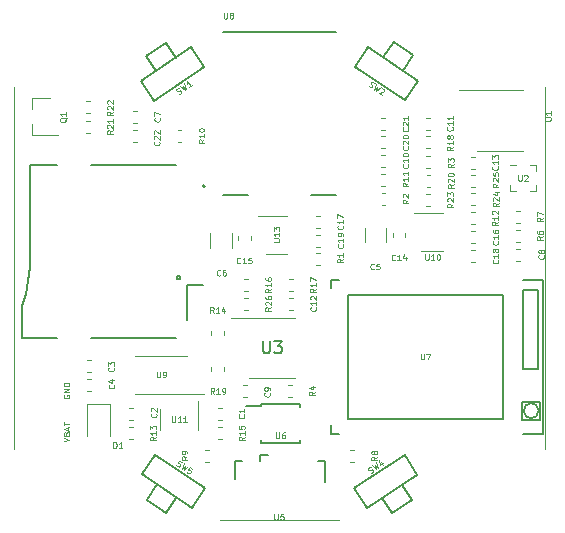
<source format=gbr>
%TF.GenerationSoftware,KiCad,Pcbnew,5.1.5+dfsg1-2~bpo10+1*%
%TF.CreationDate,Date%
%TF.ProjectId,osw,6f73772e-6b69-4636-9164-5f7063625858,3.0*%
%TF.SameCoordinates,Original*%
%TF.FileFunction,Legend,Top*%
%TF.FilePolarity,Positive*%
%FSLAX46Y46*%
G04 Gerber Fmt 4.6, Leading zero omitted, Abs format (unit mm)*
G04 Created by KiCad*
%MOMM*%
%LPD*%
G04 APERTURE LIST*
%ADD10C,0.100000*%
%ADD11C,0.050000*%
%ADD12C,0.120000*%
%ADD13C,0.150000*%
G04 APERTURE END LIST*
D10*
X141736000Y-119951452D02*
X141712190Y-119999071D01*
X141712190Y-120070500D01*
X141736000Y-120141928D01*
X141783619Y-120189547D01*
X141831238Y-120213357D01*
X141926476Y-120237166D01*
X141997904Y-120237166D01*
X142093142Y-120213357D01*
X142140761Y-120189547D01*
X142188380Y-120141928D01*
X142212190Y-120070500D01*
X142212190Y-120022880D01*
X142188380Y-119951452D01*
X142164571Y-119927642D01*
X141997904Y-119927642D01*
X141997904Y-120022880D01*
X142212190Y-119713357D02*
X141712190Y-119713357D01*
X142212190Y-119427642D01*
X141712190Y-119427642D01*
X142212190Y-119189547D02*
X141712190Y-119189547D01*
X141712190Y-119070500D01*
X141736000Y-118999071D01*
X141783619Y-118951452D01*
X141831238Y-118927642D01*
X141926476Y-118903833D01*
X141997904Y-118903833D01*
X142093142Y-118927642D01*
X142140761Y-118951452D01*
X142188380Y-118999071D01*
X142212190Y-119070500D01*
X142212190Y-119189547D01*
X141712190Y-123884428D02*
X142212190Y-123717761D01*
X141712190Y-123551095D01*
X141950285Y-123217761D02*
X141974095Y-123146333D01*
X141997904Y-123122523D01*
X142045523Y-123098714D01*
X142116952Y-123098714D01*
X142164571Y-123122523D01*
X142188380Y-123146333D01*
X142212190Y-123193952D01*
X142212190Y-123384428D01*
X141712190Y-123384428D01*
X141712190Y-123217761D01*
X141736000Y-123170142D01*
X141759809Y-123146333D01*
X141807428Y-123122523D01*
X141855047Y-123122523D01*
X141902666Y-123146333D01*
X141926476Y-123170142D01*
X141950285Y-123217761D01*
X141950285Y-123384428D01*
X142069333Y-122908238D02*
X142069333Y-122670142D01*
X142212190Y-122955857D02*
X141712190Y-122789190D01*
X142212190Y-122622523D01*
X141712190Y-122527285D02*
X141712190Y-122241571D01*
X142212190Y-122384428D02*
X141712190Y-122384428D01*
D11*
X137500000Y-124500000D02*
X137500000Y-93900000D01*
X182500000Y-93900000D02*
X182500000Y-124500000D01*
D12*
%TO.C,C12*%
X161135279Y-112714500D02*
X160809721Y-112714500D01*
X161135279Y-111694500D02*
X160809721Y-111694500D01*
%TO.C,U3*%
X159385000Y-118511000D02*
X161335000Y-118511000D01*
X159385000Y-118511000D02*
X157435000Y-118511000D01*
X159385000Y-113391000D02*
X161335000Y-113391000D01*
X159385000Y-113391000D02*
X155935000Y-113391000D01*
%TO.C,R26*%
X156999721Y-111694500D02*
X157325279Y-111694500D01*
X156999721Y-112714500D02*
X157325279Y-112714500D01*
%TO.C,R25*%
X176240121Y-102304732D02*
X176565679Y-102304732D01*
X176240121Y-101284732D02*
X176565679Y-101284732D01*
%TO.C,R24*%
X176240121Y-103890115D02*
X176565679Y-103890115D01*
X176240121Y-102870115D02*
X176565679Y-102870115D01*
%TO.C,R23*%
X172755779Y-102931500D02*
X172430221Y-102931500D01*
X172755779Y-103951500D02*
X172430221Y-103951500D01*
%TO.C,R20*%
X172455621Y-102364000D02*
X172781179Y-102364000D01*
X172455621Y-101344000D02*
X172781179Y-101344000D01*
%TO.C,R3*%
X172430221Y-100713000D02*
X172755779Y-100713000D01*
X172430221Y-99693000D02*
X172755779Y-99693000D01*
D13*
%TO.C,SW2*%
X166397452Y-92156788D02*
X170608963Y-94997488D01*
X170608963Y-94997488D02*
X171727348Y-93339412D01*
X171727348Y-93339412D02*
X167515837Y-90498712D01*
X167515837Y-90498712D02*
X166397452Y-92156788D01*
X168792555Y-91359870D02*
X169653712Y-90083152D01*
X169653712Y-90083152D02*
X171311788Y-91201537D01*
X171311788Y-91201537D02*
X170450630Y-92478255D01*
%TO.C,SW1*%
X149392937Y-95022888D02*
X153604448Y-92182188D01*
X153604448Y-92182188D02*
X152486063Y-90524112D01*
X152486063Y-90524112D02*
X148274552Y-93364812D01*
X148274552Y-93364812D02*
X149392937Y-95022888D01*
X149551270Y-92503655D02*
X148690112Y-91226937D01*
X148690112Y-91226937D02*
X150348188Y-90108552D01*
X150348188Y-90108552D02*
X151209345Y-91385270D01*
%TO.C,SW5*%
X153667948Y-127845312D02*
X149456437Y-125004612D01*
X149456437Y-125004612D02*
X148338052Y-126662688D01*
X148338052Y-126662688D02*
X152549563Y-129503388D01*
X152549563Y-129503388D02*
X153667948Y-127845312D01*
X151272845Y-128642230D02*
X150411688Y-129918948D01*
X150411688Y-129918948D02*
X148753612Y-128800563D01*
X148753612Y-128800563D02*
X149614770Y-127523845D01*
%TO.C,SW4*%
X170584484Y-125031946D02*
X166324038Y-127798713D01*
X166324038Y-127798713D02*
X167413316Y-129476054D01*
X167413316Y-129476054D02*
X171673762Y-126709287D01*
X171673762Y-126709287D02*
X170584484Y-125031946D01*
X170382210Y-127548032D02*
X171220954Y-128839584D01*
X171220954Y-128839584D02*
X169543613Y-129928862D01*
X169543613Y-129928862D02*
X168704868Y-128637310D01*
%TO.C,U8*%
X155200000Y-89250000D02*
X164800000Y-89250000D01*
X162700000Y-103050000D02*
X164800000Y-103050000D01*
X153702349Y-102275000D02*
G75*
G03X153702349Y-102275000I-102349J0D01*
G01*
X155200000Y-103050000D02*
X157300000Y-103050000D01*
D12*
%TO.C,R18*%
X172730379Y-99072583D02*
X172404821Y-99072583D01*
X172730379Y-98052583D02*
X172404821Y-98052583D01*
%TO.C,C11*%
X172730379Y-97487200D02*
X172404821Y-97487200D01*
X172730379Y-96467200D02*
X172404821Y-96467200D01*
%TO.C,C21*%
X168620121Y-96467200D02*
X168945679Y-96467200D01*
X168620121Y-97487200D02*
X168945679Y-97487200D01*
%TO.C,C22*%
X147601721Y-97534000D02*
X147927279Y-97534000D01*
X147601721Y-98554000D02*
X147927279Y-98554000D01*
%TO.C,C20*%
X168620121Y-98052583D02*
X168945679Y-98052583D01*
X168620121Y-99072583D02*
X168945679Y-99072583D01*
D13*
%TO.C,XS1*%
X138900000Y-100450000D02*
X138900000Y-107800000D01*
X138900000Y-107800000D02*
X138850000Y-109150000D01*
X138850000Y-109150000D02*
X138700000Y-110300000D01*
X138700000Y-110300000D02*
X138500000Y-111400000D01*
X138500000Y-111400000D02*
X138200000Y-112450000D01*
X152200000Y-110600000D02*
X153500000Y-110600000D01*
X144000000Y-100450000D02*
X151200000Y-100450000D01*
X141200000Y-100450000D02*
X138900000Y-100450000D01*
X138200000Y-112450000D02*
X138200000Y-115150000D01*
X138200000Y-115150000D02*
X141200000Y-115150000D01*
X151200000Y-115150000D02*
X144000000Y-115150000D01*
X151600000Y-110150000D02*
X151600000Y-109850000D01*
X151600000Y-109850000D02*
X151300000Y-109850000D01*
X151300000Y-109850000D02*
X151300000Y-110150000D01*
X151300000Y-110150000D02*
X151600000Y-110150000D01*
X152200000Y-110600000D02*
X152200000Y-113600000D01*
D12*
%TO.C,U13*%
X160666000Y-104752500D02*
X158216000Y-104752500D01*
X158866000Y-107972500D02*
X160666000Y-107972500D01*
%TO.C,U10*%
X173810500Y-104498500D02*
X171360500Y-104498500D01*
X172010500Y-107718500D02*
X173810500Y-107718500D01*
%TO.C,R22*%
X143601221Y-96077500D02*
X143926779Y-96077500D01*
X143601221Y-95057500D02*
X143926779Y-95057500D01*
%TO.C,R21*%
X143601221Y-97741200D02*
X143926779Y-97741200D01*
X143601221Y-96721200D02*
X143926779Y-96721200D01*
%TO.C,R12*%
X176565779Y-104455500D02*
X176240221Y-104455500D01*
X176565779Y-105475500D02*
X176240221Y-105475500D01*
%TO.C,R2*%
X168645621Y-103828732D02*
X168971179Y-103828732D01*
X168645621Y-102808732D02*
X168971179Y-102808732D01*
%TO.C,C19*%
X163095721Y-107380500D02*
X163421279Y-107380500D01*
X163095721Y-106360500D02*
X163421279Y-106360500D01*
%TO.C,C18*%
X176240221Y-108650500D02*
X176565779Y-108650500D01*
X176240221Y-107630500D02*
X176565779Y-107630500D01*
%TO.C,C17*%
X163095721Y-105793000D02*
X163421279Y-105793000D01*
X163095721Y-104773000D02*
X163421279Y-104773000D01*
%TO.C,C16*%
X176240221Y-107063000D02*
X176565779Y-107063000D01*
X176240221Y-106043000D02*
X176565779Y-106043000D01*
%TO.C,C15*%
X157545500Y-106842779D02*
X157545500Y-106517221D01*
X156525500Y-106842779D02*
X156525500Y-106517221D01*
%TO.C,C14*%
X170626500Y-106588779D02*
X170626500Y-106263221D01*
X169606500Y-106588779D02*
X169606500Y-106263221D01*
%TO.C,C6*%
X155977000Y-107472564D02*
X155977000Y-106268436D01*
X154157000Y-107472564D02*
X154157000Y-106268436D01*
%TO.C,C5*%
X169058000Y-107028064D02*
X169058000Y-105823936D01*
X167238000Y-107028064D02*
X167238000Y-105823936D01*
%TO.C,U2*%
X179494000Y-100500000D02*
X179494000Y-100500000D01*
X179994000Y-100500000D02*
X179494000Y-100500000D01*
X179494000Y-102200000D02*
X179494000Y-102200000D01*
X179494000Y-102700000D02*
X179494000Y-102200000D01*
X179994000Y-102700000D02*
X179494000Y-102700000D01*
X181194000Y-102700000D02*
X181194000Y-102700000D01*
X181694000Y-102700000D02*
X181194000Y-102700000D01*
X181694000Y-102200000D02*
X181694000Y-102700000D01*
X181694000Y-101000000D02*
X181694000Y-101000000D01*
X181694000Y-100500000D02*
X181694000Y-101000000D01*
X181194000Y-100500000D02*
X181694000Y-100500000D01*
%TO.C,U9*%
X149987000Y-119847000D02*
X153587000Y-119847000D01*
X149987000Y-119847000D02*
X147787000Y-119847000D01*
X149987000Y-116627000D02*
X152187000Y-116627000D01*
X149987000Y-116627000D02*
X147787000Y-116627000D01*
%TO.C,R19*%
X154239500Y-117891779D02*
X154239500Y-117566221D01*
X155259500Y-117891779D02*
X155259500Y-117566221D01*
%TO.C,C13*%
X176565779Y-100776500D02*
X176240221Y-100776500D01*
X176565779Y-99756500D02*
X176240221Y-99756500D01*
%TO.C,C10*%
X168620121Y-99637966D02*
X168945679Y-99637966D01*
X168620121Y-100657966D02*
X168945679Y-100657966D01*
%TO.C,C9*%
X157261779Y-120144000D02*
X156936221Y-120144000D01*
X157261779Y-119124000D02*
X156936221Y-119124000D01*
%TO.C,C8*%
X180050221Y-107567000D02*
X180375779Y-107567000D01*
X180050221Y-108587000D02*
X180375779Y-108587000D01*
%TO.C,C7*%
X147614421Y-95908400D02*
X147939979Y-95908400D01*
X147614421Y-96928400D02*
X147939979Y-96928400D01*
%TO.C,R17*%
X160809721Y-110107000D02*
X161135279Y-110107000D01*
X160809721Y-111127000D02*
X161135279Y-111127000D01*
%TO.C,R16*%
X156999721Y-110107000D02*
X157325279Y-110107000D01*
X156999721Y-111127000D02*
X157325279Y-111127000D01*
%TO.C,R7*%
X180024821Y-105420466D02*
X180350379Y-105420466D01*
X180024821Y-104400466D02*
X180350379Y-104400466D01*
%TO.C,R6*%
X180024821Y-107005849D02*
X180350379Y-107005849D01*
X180024821Y-105985849D02*
X180350379Y-105985849D01*
%TO.C,U1*%
X178689000Y-94150500D02*
X175239000Y-94150500D01*
X178689000Y-94150500D02*
X180639000Y-94150500D01*
X178689000Y-99270500D02*
X176739000Y-99270500D01*
X178689000Y-99270500D02*
X180639000Y-99270500D01*
D13*
%TO.C,U6*%
X158408500Y-120914500D02*
X157183500Y-120914500D01*
X158408500Y-124039500D02*
X161758500Y-124039500D01*
X158408500Y-120689500D02*
X161758500Y-120689500D01*
X158408500Y-124039500D02*
X158408500Y-123739500D01*
X161758500Y-124039500D02*
X161758500Y-123739500D01*
X161758500Y-120689500D02*
X161758500Y-120989500D01*
X158408500Y-120689500D02*
X158408500Y-120914500D01*
D12*
%TO.C,U11*%
X153121000Y-122947000D02*
X153121000Y-120497000D01*
X149901000Y-121147000D02*
X149901000Y-122947000D01*
%TO.C,R11*%
X168620121Y-102243349D02*
X168945679Y-102243349D01*
X168620121Y-101223349D02*
X168945679Y-101223349D01*
%TO.C,R10*%
X151373621Y-98554000D02*
X151699179Y-98554000D01*
X151373621Y-97534000D02*
X151699179Y-97534000D01*
%TO.C,R14*%
X155259500Y-114843779D02*
X155259500Y-114518221D01*
X154239500Y-114843779D02*
X154239500Y-114518221D01*
%TO.C,R4*%
X160746221Y-120144000D02*
X161071779Y-120144000D01*
X160746221Y-119124000D02*
X161071779Y-119124000D01*
%TO.C,R15*%
X154777221Y-123700000D02*
X155102779Y-123700000D01*
X154777221Y-122680000D02*
X155102779Y-122680000D01*
%TO.C,R13*%
X147284221Y-123700000D02*
X147609779Y-123700000D01*
X147284221Y-122680000D02*
X147609779Y-122680000D01*
%TO.C,R1*%
X163095721Y-108968000D02*
X163421279Y-108968000D01*
X163095721Y-107948000D02*
X163421279Y-107948000D01*
%TO.C,Q1*%
X139067000Y-94813000D02*
X140527000Y-94813000D01*
X139067000Y-97973000D02*
X141227000Y-97973000D01*
X139067000Y-97973000D02*
X139067000Y-97043000D01*
X139067000Y-94813000D02*
X139067000Y-95743000D01*
%TO.C,D1*%
X143693000Y-120743000D02*
X143693000Y-123428000D01*
X145613000Y-120743000D02*
X143693000Y-120743000D01*
X145613000Y-123428000D02*
X145613000Y-120743000D01*
%TO.C,C4*%
X144053779Y-118552500D02*
X143728221Y-118552500D01*
X144053779Y-119572500D02*
X143728221Y-119572500D01*
%TO.C,C3*%
X144040979Y-116990400D02*
X143715421Y-116990400D01*
X144040979Y-118010400D02*
X143715421Y-118010400D01*
%TO.C,C2*%
X147609779Y-121029000D02*
X147284221Y-121029000D01*
X147609779Y-122049000D02*
X147284221Y-122049000D01*
%TO.C,C1*%
X155102779Y-121029000D02*
X154777221Y-121029000D01*
X155102779Y-122049000D02*
X154777221Y-122049000D01*
%TO.C,R9*%
X154023279Y-124572300D02*
X153697721Y-124572300D01*
X154023279Y-125592300D02*
X153697721Y-125592300D01*
%TO.C,R8*%
X165953221Y-125592300D02*
X166278779Y-125592300D01*
X165953221Y-124572300D02*
X166278779Y-124572300D01*
D11*
%TO.C,U5*%
X164998400Y-130532000D02*
X154998400Y-130532000D01*
D13*
X156220000Y-125500000D02*
X156820000Y-125500000D01*
X156220000Y-127100000D02*
X156220000Y-125500000D01*
X163820000Y-125500000D02*
X163220000Y-125500000D01*
X163820000Y-127300000D02*
X163820000Y-125500000D01*
X158320000Y-125000000D02*
X158320000Y-125500000D01*
X159020000Y-125000000D02*
X158320000Y-125000000D01*
%TO.C,U7*%
X181847000Y-111044000D02*
X180647000Y-111044000D01*
X180647000Y-111044000D02*
X180647000Y-117775000D01*
X180647000Y-117775000D02*
X181847000Y-117775000D01*
X181847000Y-117775000D02*
X181847000Y-111044000D01*
X181937000Y-121281000D02*
G75*
G03X181937000Y-121281000I-635000J0D01*
G01*
X182064000Y-120519000D02*
X182064000Y-122043000D01*
X182064000Y-122043000D02*
X180540000Y-122043000D01*
X180540000Y-122043000D02*
X180540000Y-120519000D01*
X180540000Y-120519000D02*
X182064000Y-120519000D01*
X178943000Y-111443000D02*
X178943000Y-121983000D01*
X178943000Y-121983000D02*
X165798500Y-121983000D01*
X165798500Y-121983000D02*
X165798500Y-111443000D01*
X165798500Y-111443000D02*
X178943000Y-111443000D01*
X165047000Y-123213000D02*
X164347000Y-123213000D01*
X164347000Y-122513000D02*
X164347000Y-123213000D01*
X165047000Y-110213000D02*
X164347000Y-110213000D01*
X164347000Y-110913000D02*
X164347000Y-110213000D01*
X180597000Y-110213000D02*
X182297000Y-110213000D01*
X180597000Y-123213000D02*
X182297000Y-123213000D01*
X182297000Y-110213000D02*
X182297000Y-123213000D01*
%TD*%
%TO.C,C12*%
D10*
X163056071Y-112525928D02*
X163079880Y-112549738D01*
X163103690Y-112621166D01*
X163103690Y-112668785D01*
X163079880Y-112740214D01*
X163032261Y-112787833D01*
X162984642Y-112811642D01*
X162889404Y-112835452D01*
X162817976Y-112835452D01*
X162722738Y-112811642D01*
X162675119Y-112787833D01*
X162627500Y-112740214D01*
X162603690Y-112668785D01*
X162603690Y-112621166D01*
X162627500Y-112549738D01*
X162651309Y-112525928D01*
X163103690Y-112049738D02*
X163103690Y-112335452D01*
X163103690Y-112192595D02*
X162603690Y-112192595D01*
X162675119Y-112240214D01*
X162722738Y-112287833D01*
X162746547Y-112335452D01*
X162651309Y-111859261D02*
X162627500Y-111835452D01*
X162603690Y-111787833D01*
X162603690Y-111668785D01*
X162627500Y-111621166D01*
X162651309Y-111597357D01*
X162698928Y-111573547D01*
X162746547Y-111573547D01*
X162817976Y-111597357D01*
X163103690Y-111883071D01*
X163103690Y-111573547D01*
%TO.C,U3*%
D13*
X158623095Y-115403380D02*
X158623095Y-116212904D01*
X158670714Y-116308142D01*
X158718333Y-116355761D01*
X158813571Y-116403380D01*
X159004047Y-116403380D01*
X159099285Y-116355761D01*
X159146904Y-116308142D01*
X159194523Y-116212904D01*
X159194523Y-115403380D01*
X159575476Y-115403380D02*
X160194523Y-115403380D01*
X159861190Y-115784333D01*
X160004047Y-115784333D01*
X160099285Y-115831952D01*
X160146904Y-115879571D01*
X160194523Y-115974809D01*
X160194523Y-116212904D01*
X160146904Y-116308142D01*
X160099285Y-116355761D01*
X160004047Y-116403380D01*
X159718333Y-116403380D01*
X159623095Y-116355761D01*
X159575476Y-116308142D01*
%TO.C,R26*%
D10*
X159293690Y-112521696D02*
X159055595Y-112688363D01*
X159293690Y-112807410D02*
X158793690Y-112807410D01*
X158793690Y-112616934D01*
X158817500Y-112569315D01*
X158841309Y-112545506D01*
X158888928Y-112521696D01*
X158960357Y-112521696D01*
X159007976Y-112545506D01*
X159031785Y-112569315D01*
X159055595Y-112616934D01*
X159055595Y-112807410D01*
X158841309Y-112331220D02*
X158817500Y-112307410D01*
X158793690Y-112259791D01*
X158793690Y-112140744D01*
X158817500Y-112093125D01*
X158841309Y-112069315D01*
X158888928Y-112045506D01*
X158936547Y-112045506D01*
X159007976Y-112069315D01*
X159293690Y-112355029D01*
X159293690Y-112045506D01*
X158793690Y-111616934D02*
X158793690Y-111712172D01*
X158817500Y-111759791D01*
X158841309Y-111783601D01*
X158912738Y-111831220D01*
X159007976Y-111855029D01*
X159198452Y-111855029D01*
X159246071Y-111831220D01*
X159269880Y-111807410D01*
X159293690Y-111759791D01*
X159293690Y-111664553D01*
X159269880Y-111616934D01*
X159246071Y-111593125D01*
X159198452Y-111569315D01*
X159079404Y-111569315D01*
X159031785Y-111593125D01*
X159007976Y-111616934D01*
X158984166Y-111664553D01*
X158984166Y-111759791D01*
X159007976Y-111807410D01*
X159031785Y-111831220D01*
X159079404Y-111855029D01*
%TO.C,R25*%
X178534090Y-102052660D02*
X178295995Y-102219327D01*
X178534090Y-102338374D02*
X178034090Y-102338374D01*
X178034090Y-102147898D01*
X178057900Y-102100279D01*
X178081709Y-102076470D01*
X178129328Y-102052660D01*
X178200757Y-102052660D01*
X178248376Y-102076470D01*
X178272185Y-102100279D01*
X178295995Y-102147898D01*
X178295995Y-102338374D01*
X178081709Y-101862184D02*
X178057900Y-101838374D01*
X178034090Y-101790755D01*
X178034090Y-101671708D01*
X178057900Y-101624089D01*
X178081709Y-101600279D01*
X178129328Y-101576470D01*
X178176947Y-101576470D01*
X178248376Y-101600279D01*
X178534090Y-101885993D01*
X178534090Y-101576470D01*
X178034090Y-101124089D02*
X178034090Y-101362184D01*
X178272185Y-101385993D01*
X178248376Y-101362184D01*
X178224566Y-101314565D01*
X178224566Y-101195517D01*
X178248376Y-101147898D01*
X178272185Y-101124089D01*
X178319804Y-101100279D01*
X178438852Y-101100279D01*
X178486471Y-101124089D01*
X178510280Y-101147898D01*
X178534090Y-101195517D01*
X178534090Y-101314565D01*
X178510280Y-101362184D01*
X178486471Y-101385993D01*
%TO.C,R24*%
X178559590Y-103701543D02*
X178321495Y-103868210D01*
X178559590Y-103987257D02*
X178059590Y-103987257D01*
X178059590Y-103796781D01*
X178083400Y-103749162D01*
X178107209Y-103725353D01*
X178154828Y-103701543D01*
X178226257Y-103701543D01*
X178273876Y-103725353D01*
X178297685Y-103749162D01*
X178321495Y-103796781D01*
X178321495Y-103987257D01*
X178107209Y-103511067D02*
X178083400Y-103487257D01*
X178059590Y-103439638D01*
X178059590Y-103320591D01*
X178083400Y-103272972D01*
X178107209Y-103249162D01*
X178154828Y-103225353D01*
X178202447Y-103225353D01*
X178273876Y-103249162D01*
X178559590Y-103534876D01*
X178559590Y-103225353D01*
X178226257Y-102796781D02*
X178559590Y-102796781D01*
X178035780Y-102915829D02*
X178392923Y-103034876D01*
X178392923Y-102725353D01*
%TO.C,R23*%
X174719110Y-103747688D02*
X174481015Y-103914355D01*
X174719110Y-104033402D02*
X174219110Y-104033402D01*
X174219110Y-103842926D01*
X174242920Y-103795307D01*
X174266729Y-103771498D01*
X174314348Y-103747688D01*
X174385777Y-103747688D01*
X174433396Y-103771498D01*
X174457205Y-103795307D01*
X174481015Y-103842926D01*
X174481015Y-104033402D01*
X174266729Y-103557212D02*
X174242920Y-103533402D01*
X174219110Y-103485783D01*
X174219110Y-103366736D01*
X174242920Y-103319117D01*
X174266729Y-103295307D01*
X174314348Y-103271498D01*
X174361967Y-103271498D01*
X174433396Y-103295307D01*
X174719110Y-103581021D01*
X174719110Y-103271498D01*
X174219110Y-103104831D02*
X174219110Y-102795307D01*
X174409586Y-102961974D01*
X174409586Y-102890545D01*
X174433396Y-102842926D01*
X174457205Y-102819117D01*
X174504824Y-102795307D01*
X174623872Y-102795307D01*
X174671491Y-102819117D01*
X174695300Y-102842926D01*
X174719110Y-102890545D01*
X174719110Y-103033402D01*
X174695300Y-103081021D01*
X174671491Y-103104831D01*
%TO.C,R20*%
X174749590Y-102111928D02*
X174511495Y-102278595D01*
X174749590Y-102397642D02*
X174249590Y-102397642D01*
X174249590Y-102207166D01*
X174273400Y-102159547D01*
X174297209Y-102135738D01*
X174344828Y-102111928D01*
X174416257Y-102111928D01*
X174463876Y-102135738D01*
X174487685Y-102159547D01*
X174511495Y-102207166D01*
X174511495Y-102397642D01*
X174297209Y-101921452D02*
X174273400Y-101897642D01*
X174249590Y-101850023D01*
X174249590Y-101730976D01*
X174273400Y-101683357D01*
X174297209Y-101659547D01*
X174344828Y-101635738D01*
X174392447Y-101635738D01*
X174463876Y-101659547D01*
X174749590Y-101945261D01*
X174749590Y-101635738D01*
X174249590Y-101326214D02*
X174249590Y-101278595D01*
X174273400Y-101230976D01*
X174297209Y-101207166D01*
X174344828Y-101183357D01*
X174440066Y-101159547D01*
X174559114Y-101159547D01*
X174654352Y-101183357D01*
X174701971Y-101207166D01*
X174725780Y-101230976D01*
X174749590Y-101278595D01*
X174749590Y-101326214D01*
X174725780Y-101373833D01*
X174701971Y-101397642D01*
X174654352Y-101421452D01*
X174559114Y-101445261D01*
X174440066Y-101445261D01*
X174344828Y-101421452D01*
X174297209Y-101397642D01*
X174273400Y-101373833D01*
X174249590Y-101326214D01*
%TO.C,R3*%
X174749590Y-100387933D02*
X174511495Y-100554600D01*
X174749590Y-100673647D02*
X174249590Y-100673647D01*
X174249590Y-100483171D01*
X174273400Y-100435552D01*
X174297209Y-100411742D01*
X174344828Y-100387933D01*
X174416257Y-100387933D01*
X174463876Y-100411742D01*
X174487685Y-100435552D01*
X174511495Y-100483171D01*
X174511495Y-100673647D01*
X174249590Y-100221266D02*
X174249590Y-99911742D01*
X174440066Y-100078409D01*
X174440066Y-100006980D01*
X174463876Y-99959361D01*
X174487685Y-99935552D01*
X174535304Y-99911742D01*
X174654352Y-99911742D01*
X174701971Y-99935552D01*
X174725780Y-99959361D01*
X174749590Y-100006980D01*
X174749590Y-100149838D01*
X174725780Y-100197457D01*
X174701971Y-100221266D01*
%TO.C,SW2*%
X167555988Y-93768367D02*
X167601891Y-93828048D01*
X167700586Y-93894619D01*
X167753378Y-93901508D01*
X167786431Y-93895083D01*
X167832798Y-93868919D01*
X167859426Y-93829441D01*
X167866315Y-93776649D01*
X167859891Y-93743596D01*
X167833727Y-93697229D01*
X167768085Y-93624233D01*
X167741921Y-93577866D01*
X167735496Y-93544813D01*
X167742385Y-93492021D01*
X167769014Y-93452543D01*
X167815381Y-93426379D01*
X167848434Y-93419954D01*
X167901226Y-93426843D01*
X167999921Y-93493414D01*
X168045824Y-93553095D01*
X168197311Y-93626555D02*
X168016409Y-94107644D01*
X168295077Y-93864816D01*
X168174321Y-94214157D01*
X168552613Y-93866209D01*
X168664157Y-93998886D02*
X168697211Y-93992461D01*
X168750003Y-93999350D01*
X168848698Y-94065921D01*
X168874861Y-94112288D01*
X168881286Y-94145341D01*
X168874397Y-94198133D01*
X168847769Y-94237611D01*
X168788088Y-94283514D01*
X168391450Y-94360613D01*
X168648057Y-94533696D01*
%TO.C,SW1*%
X151473578Y-94454477D02*
X151546109Y-94434274D01*
X151644804Y-94367703D01*
X151670968Y-94321336D01*
X151677393Y-94288283D01*
X151670503Y-94235491D01*
X151643875Y-94196013D01*
X151597508Y-94169849D01*
X151564455Y-94163424D01*
X151511663Y-94170313D01*
X151419393Y-94203831D01*
X151366600Y-94210720D01*
X151333547Y-94204295D01*
X151287180Y-94178131D01*
X151260552Y-94138653D01*
X151253663Y-94085861D01*
X151260088Y-94052808D01*
X151286251Y-94006441D01*
X151384946Y-93939870D01*
X151457477Y-93919667D01*
X151582336Y-93806729D02*
X151960628Y-94154677D01*
X151839872Y-93805336D01*
X152118540Y-94048164D01*
X151937638Y-93567075D01*
X152592275Y-93728626D02*
X152355407Y-93888395D01*
X152473841Y-93808510D02*
X152194245Y-93393992D01*
X152194709Y-93479837D01*
X152181860Y-93545943D01*
X152155696Y-93592310D01*
%TO.C,SW5*%
X151257264Y-125874564D02*
X151303167Y-125934245D01*
X151401862Y-126000816D01*
X151454654Y-126007705D01*
X151487707Y-126001280D01*
X151534074Y-125975116D01*
X151560702Y-125935638D01*
X151567591Y-125882846D01*
X151561167Y-125849793D01*
X151535003Y-125803426D01*
X151469361Y-125730430D01*
X151443197Y-125684063D01*
X151436772Y-125651010D01*
X151443661Y-125598218D01*
X151470290Y-125558740D01*
X151516657Y-125532576D01*
X151549710Y-125526151D01*
X151602502Y-125533040D01*
X151701197Y-125599611D01*
X151747100Y-125659292D01*
X151898587Y-125732752D02*
X151717685Y-126213841D01*
X151996353Y-125971013D01*
X151875597Y-126320354D01*
X152253889Y-125972406D01*
X152609191Y-126212060D02*
X152411801Y-126078919D01*
X152258921Y-126262995D01*
X152291974Y-126256570D01*
X152344766Y-126263459D01*
X152443461Y-126330030D01*
X152469625Y-126376397D01*
X152476049Y-126409450D01*
X152469160Y-126462242D01*
X152402590Y-126560937D01*
X152356222Y-126587101D01*
X152323169Y-126593526D01*
X152270377Y-126586637D01*
X152171682Y-126520066D01*
X152145518Y-126473699D01*
X152139093Y-126440646D01*
%TO.C,SW4*%
X167711810Y-126542223D02*
X167784683Y-126523289D01*
X167884525Y-126458451D01*
X167911494Y-126412547D01*
X167918495Y-126379611D01*
X167912528Y-126326707D01*
X167886593Y-126286770D01*
X167840689Y-126259801D01*
X167807753Y-126252800D01*
X167754849Y-126258767D01*
X167662008Y-126290669D01*
X167609103Y-126296636D01*
X167576168Y-126289635D01*
X167530264Y-126262666D01*
X167504329Y-126222730D01*
X167498362Y-126169825D01*
X167505363Y-126136889D01*
X167532332Y-126090986D01*
X167632174Y-126026148D01*
X167705046Y-126007213D01*
X167831857Y-125896472D02*
X168204018Y-126250969D01*
X168089378Y-125899574D01*
X168363765Y-126147228D01*
X168191287Y-125663055D01*
X168621522Y-125582384D02*
X168803069Y-125861941D01*
X168417940Y-125487476D02*
X168512612Y-125851839D01*
X168772201Y-125683260D01*
%TO.C,U8*%
X155269047Y-87576190D02*
X155269047Y-87980952D01*
X155292857Y-88028571D01*
X155316666Y-88052380D01*
X155364285Y-88076190D01*
X155459523Y-88076190D01*
X155507142Y-88052380D01*
X155530952Y-88028571D01*
X155554761Y-87980952D01*
X155554761Y-87576190D01*
X155864285Y-87790476D02*
X155816666Y-87766666D01*
X155792857Y-87742857D01*
X155769047Y-87695238D01*
X155769047Y-87671428D01*
X155792857Y-87623809D01*
X155816666Y-87600000D01*
X155864285Y-87576190D01*
X155959523Y-87576190D01*
X156007142Y-87600000D01*
X156030952Y-87623809D01*
X156054761Y-87671428D01*
X156054761Y-87695238D01*
X156030952Y-87742857D01*
X156007142Y-87766666D01*
X155959523Y-87790476D01*
X155864285Y-87790476D01*
X155816666Y-87814285D01*
X155792857Y-87838095D01*
X155769047Y-87885714D01*
X155769047Y-87980952D01*
X155792857Y-88028571D01*
X155816666Y-88052380D01*
X155864285Y-88076190D01*
X155959523Y-88076190D01*
X156007142Y-88052380D01*
X156030952Y-88028571D01*
X156054761Y-87980952D01*
X156054761Y-87885714D01*
X156030952Y-87838095D01*
X156007142Y-87814285D01*
X155959523Y-87790476D01*
%TO.C,R18*%
X174698790Y-98915011D02*
X174460695Y-99081678D01*
X174698790Y-99200725D02*
X174198790Y-99200725D01*
X174198790Y-99010249D01*
X174222600Y-98962630D01*
X174246409Y-98938821D01*
X174294028Y-98915011D01*
X174365457Y-98915011D01*
X174413076Y-98938821D01*
X174436885Y-98962630D01*
X174460695Y-99010249D01*
X174460695Y-99200725D01*
X174698790Y-98438821D02*
X174698790Y-98724535D01*
X174698790Y-98581678D02*
X174198790Y-98581678D01*
X174270219Y-98629297D01*
X174317838Y-98676916D01*
X174341647Y-98724535D01*
X174413076Y-98153106D02*
X174389266Y-98200725D01*
X174365457Y-98224535D01*
X174317838Y-98248344D01*
X174294028Y-98248344D01*
X174246409Y-98224535D01*
X174222600Y-98200725D01*
X174198790Y-98153106D01*
X174198790Y-98057868D01*
X174222600Y-98010249D01*
X174246409Y-97986440D01*
X174294028Y-97962630D01*
X174317838Y-97962630D01*
X174365457Y-97986440D01*
X174389266Y-98010249D01*
X174413076Y-98057868D01*
X174413076Y-98153106D01*
X174436885Y-98200725D01*
X174460695Y-98224535D01*
X174508314Y-98248344D01*
X174603552Y-98248344D01*
X174651171Y-98224535D01*
X174674980Y-98200725D01*
X174698790Y-98153106D01*
X174698790Y-98057868D01*
X174674980Y-98010249D01*
X174651171Y-97986440D01*
X174603552Y-97962630D01*
X174508314Y-97962630D01*
X174460695Y-97986440D01*
X174436885Y-98010249D01*
X174413076Y-98057868D01*
%TO.C,C11*%
X174625771Y-97266628D02*
X174649580Y-97290438D01*
X174673390Y-97361866D01*
X174673390Y-97409485D01*
X174649580Y-97480914D01*
X174601961Y-97528533D01*
X174554342Y-97552342D01*
X174459104Y-97576152D01*
X174387676Y-97576152D01*
X174292438Y-97552342D01*
X174244819Y-97528533D01*
X174197200Y-97480914D01*
X174173390Y-97409485D01*
X174173390Y-97361866D01*
X174197200Y-97290438D01*
X174221009Y-97266628D01*
X174673390Y-96790438D02*
X174673390Y-97076152D01*
X174673390Y-96933295D02*
X174173390Y-96933295D01*
X174244819Y-96980914D01*
X174292438Y-97028533D01*
X174316247Y-97076152D01*
X174673390Y-96314247D02*
X174673390Y-96599961D01*
X174673390Y-96457104D02*
X174173390Y-96457104D01*
X174244819Y-96504723D01*
X174292438Y-96552342D01*
X174316247Y-96599961D01*
%TO.C,C21*%
X170866571Y-97298628D02*
X170890380Y-97322438D01*
X170914190Y-97393866D01*
X170914190Y-97441485D01*
X170890380Y-97512914D01*
X170842761Y-97560533D01*
X170795142Y-97584342D01*
X170699904Y-97608152D01*
X170628476Y-97608152D01*
X170533238Y-97584342D01*
X170485619Y-97560533D01*
X170438000Y-97512914D01*
X170414190Y-97441485D01*
X170414190Y-97393866D01*
X170438000Y-97322438D01*
X170461809Y-97298628D01*
X170461809Y-97108152D02*
X170438000Y-97084342D01*
X170414190Y-97036723D01*
X170414190Y-96917676D01*
X170438000Y-96870057D01*
X170461809Y-96846247D01*
X170509428Y-96822438D01*
X170557047Y-96822438D01*
X170628476Y-96846247D01*
X170914190Y-97131961D01*
X170914190Y-96822438D01*
X170914190Y-96346247D02*
X170914190Y-96631961D01*
X170914190Y-96489104D02*
X170414190Y-96489104D01*
X170485619Y-96536723D01*
X170533238Y-96584342D01*
X170557047Y-96631961D01*
%TO.C,C22*%
X149810071Y-98492428D02*
X149833880Y-98516238D01*
X149857690Y-98587666D01*
X149857690Y-98635285D01*
X149833880Y-98706714D01*
X149786261Y-98754333D01*
X149738642Y-98778142D01*
X149643404Y-98801952D01*
X149571976Y-98801952D01*
X149476738Y-98778142D01*
X149429119Y-98754333D01*
X149381500Y-98706714D01*
X149357690Y-98635285D01*
X149357690Y-98587666D01*
X149381500Y-98516238D01*
X149405309Y-98492428D01*
X149405309Y-98301952D02*
X149381500Y-98278142D01*
X149357690Y-98230523D01*
X149357690Y-98111476D01*
X149381500Y-98063857D01*
X149405309Y-98040047D01*
X149452928Y-98016238D01*
X149500547Y-98016238D01*
X149571976Y-98040047D01*
X149857690Y-98325761D01*
X149857690Y-98016238D01*
X149405309Y-97825761D02*
X149381500Y-97801952D01*
X149357690Y-97754333D01*
X149357690Y-97635285D01*
X149381500Y-97587666D01*
X149405309Y-97563857D01*
X149452928Y-97540047D01*
X149500547Y-97540047D01*
X149571976Y-97563857D01*
X149857690Y-97849571D01*
X149857690Y-97540047D01*
%TO.C,C20*%
X170866571Y-98884011D02*
X170890380Y-98907821D01*
X170914190Y-98979249D01*
X170914190Y-99026868D01*
X170890380Y-99098297D01*
X170842761Y-99145916D01*
X170795142Y-99169725D01*
X170699904Y-99193535D01*
X170628476Y-99193535D01*
X170533238Y-99169725D01*
X170485619Y-99145916D01*
X170438000Y-99098297D01*
X170414190Y-99026868D01*
X170414190Y-98979249D01*
X170438000Y-98907821D01*
X170461809Y-98884011D01*
X170461809Y-98693535D02*
X170438000Y-98669725D01*
X170414190Y-98622106D01*
X170414190Y-98503059D01*
X170438000Y-98455440D01*
X170461809Y-98431630D01*
X170509428Y-98407821D01*
X170557047Y-98407821D01*
X170628476Y-98431630D01*
X170914190Y-98717344D01*
X170914190Y-98407821D01*
X170414190Y-98098297D02*
X170414190Y-98050678D01*
X170438000Y-98003059D01*
X170461809Y-97979249D01*
X170509428Y-97955440D01*
X170604666Y-97931630D01*
X170723714Y-97931630D01*
X170818952Y-97955440D01*
X170866571Y-97979249D01*
X170890380Y-98003059D01*
X170914190Y-98050678D01*
X170914190Y-98098297D01*
X170890380Y-98145916D01*
X170866571Y-98169725D01*
X170818952Y-98193535D01*
X170723714Y-98217344D01*
X170604666Y-98217344D01*
X170509428Y-98193535D01*
X170461809Y-98169725D01*
X170438000Y-98145916D01*
X170414190Y-98098297D01*
%TO.C,U13*%
X159492190Y-106981547D02*
X159896952Y-106981547D01*
X159944571Y-106957738D01*
X159968380Y-106933928D01*
X159992190Y-106886309D01*
X159992190Y-106791071D01*
X159968380Y-106743452D01*
X159944571Y-106719642D01*
X159896952Y-106695833D01*
X159492190Y-106695833D01*
X159992190Y-106195833D02*
X159992190Y-106481547D01*
X159992190Y-106338690D02*
X159492190Y-106338690D01*
X159563619Y-106386309D01*
X159611238Y-106433928D01*
X159635047Y-106481547D01*
X159492190Y-106029166D02*
X159492190Y-105719642D01*
X159682666Y-105886309D01*
X159682666Y-105814880D01*
X159706476Y-105767261D01*
X159730285Y-105743452D01*
X159777904Y-105719642D01*
X159896952Y-105719642D01*
X159944571Y-105743452D01*
X159968380Y-105767261D01*
X159992190Y-105814880D01*
X159992190Y-105957738D01*
X159968380Y-106005357D01*
X159944571Y-106029166D01*
%TO.C,U10*%
X172329552Y-108008990D02*
X172329552Y-108413752D01*
X172353361Y-108461371D01*
X172377171Y-108485180D01*
X172424790Y-108508990D01*
X172520028Y-108508990D01*
X172567647Y-108485180D01*
X172591457Y-108461371D01*
X172615266Y-108413752D01*
X172615266Y-108008990D01*
X173115266Y-108508990D02*
X172829552Y-108508990D01*
X172972409Y-108508990D02*
X172972409Y-108008990D01*
X172924790Y-108080419D01*
X172877171Y-108128038D01*
X172829552Y-108151847D01*
X173424790Y-108008990D02*
X173472409Y-108008990D01*
X173520028Y-108032800D01*
X173543838Y-108056609D01*
X173567647Y-108104228D01*
X173591457Y-108199466D01*
X173591457Y-108318514D01*
X173567647Y-108413752D01*
X173543838Y-108461371D01*
X173520028Y-108485180D01*
X173472409Y-108508990D01*
X173424790Y-108508990D01*
X173377171Y-108485180D01*
X173353361Y-108461371D01*
X173329552Y-108413752D01*
X173305742Y-108318514D01*
X173305742Y-108199466D01*
X173329552Y-108104228D01*
X173353361Y-108056609D01*
X173377171Y-108032800D01*
X173424790Y-108008990D01*
%TO.C,R22*%
X145895190Y-95952428D02*
X145657095Y-96119095D01*
X145895190Y-96238142D02*
X145395190Y-96238142D01*
X145395190Y-96047666D01*
X145419000Y-96000047D01*
X145442809Y-95976238D01*
X145490428Y-95952428D01*
X145561857Y-95952428D01*
X145609476Y-95976238D01*
X145633285Y-96000047D01*
X145657095Y-96047666D01*
X145657095Y-96238142D01*
X145442809Y-95761952D02*
X145419000Y-95738142D01*
X145395190Y-95690523D01*
X145395190Y-95571476D01*
X145419000Y-95523857D01*
X145442809Y-95500047D01*
X145490428Y-95476238D01*
X145538047Y-95476238D01*
X145609476Y-95500047D01*
X145895190Y-95785761D01*
X145895190Y-95476238D01*
X145442809Y-95285761D02*
X145419000Y-95261952D01*
X145395190Y-95214333D01*
X145395190Y-95095285D01*
X145419000Y-95047666D01*
X145442809Y-95023857D01*
X145490428Y-95000047D01*
X145538047Y-95000047D01*
X145609476Y-95023857D01*
X145895190Y-95309571D01*
X145895190Y-95000047D01*
%TO.C,R21*%
X145895190Y-97552628D02*
X145657095Y-97719295D01*
X145895190Y-97838342D02*
X145395190Y-97838342D01*
X145395190Y-97647866D01*
X145419000Y-97600247D01*
X145442809Y-97576438D01*
X145490428Y-97552628D01*
X145561857Y-97552628D01*
X145609476Y-97576438D01*
X145633285Y-97600247D01*
X145657095Y-97647866D01*
X145657095Y-97838342D01*
X145442809Y-97362152D02*
X145419000Y-97338342D01*
X145395190Y-97290723D01*
X145395190Y-97171676D01*
X145419000Y-97124057D01*
X145442809Y-97100247D01*
X145490428Y-97076438D01*
X145538047Y-97076438D01*
X145609476Y-97100247D01*
X145895190Y-97385961D01*
X145895190Y-97076438D01*
X145895190Y-96600247D02*
X145895190Y-96885961D01*
X145895190Y-96743104D02*
X145395190Y-96743104D01*
X145466619Y-96790723D01*
X145514238Y-96838342D01*
X145538047Y-96885961D01*
%TO.C,R12*%
X178501190Y-105286928D02*
X178263095Y-105453595D01*
X178501190Y-105572642D02*
X178001190Y-105572642D01*
X178001190Y-105382166D01*
X178025000Y-105334547D01*
X178048809Y-105310738D01*
X178096428Y-105286928D01*
X178167857Y-105286928D01*
X178215476Y-105310738D01*
X178239285Y-105334547D01*
X178263095Y-105382166D01*
X178263095Y-105572642D01*
X178501190Y-104810738D02*
X178501190Y-105096452D01*
X178501190Y-104953595D02*
X178001190Y-104953595D01*
X178072619Y-105001214D01*
X178120238Y-105048833D01*
X178144047Y-105096452D01*
X178048809Y-104620261D02*
X178025000Y-104596452D01*
X178001190Y-104548833D01*
X178001190Y-104429785D01*
X178025000Y-104382166D01*
X178048809Y-104358357D01*
X178096428Y-104334547D01*
X178144047Y-104334547D01*
X178215476Y-104358357D01*
X178501190Y-104644071D01*
X178501190Y-104334547D01*
%TO.C,R2*%
X170914190Y-103402065D02*
X170676095Y-103568732D01*
X170914190Y-103687779D02*
X170414190Y-103687779D01*
X170414190Y-103497303D01*
X170438000Y-103449684D01*
X170461809Y-103425874D01*
X170509428Y-103402065D01*
X170580857Y-103402065D01*
X170628476Y-103425874D01*
X170652285Y-103449684D01*
X170676095Y-103497303D01*
X170676095Y-103687779D01*
X170461809Y-103211589D02*
X170438000Y-103187779D01*
X170414190Y-103140160D01*
X170414190Y-103021112D01*
X170438000Y-102973493D01*
X170461809Y-102949684D01*
X170509428Y-102925874D01*
X170557047Y-102925874D01*
X170628476Y-102949684D01*
X170914190Y-103235398D01*
X170914190Y-102925874D01*
%TO.C,C19*%
X165367571Y-107191928D02*
X165391380Y-107215738D01*
X165415190Y-107287166D01*
X165415190Y-107334785D01*
X165391380Y-107406214D01*
X165343761Y-107453833D01*
X165296142Y-107477642D01*
X165200904Y-107501452D01*
X165129476Y-107501452D01*
X165034238Y-107477642D01*
X164986619Y-107453833D01*
X164939000Y-107406214D01*
X164915190Y-107334785D01*
X164915190Y-107287166D01*
X164939000Y-107215738D01*
X164962809Y-107191928D01*
X165415190Y-106715738D02*
X165415190Y-107001452D01*
X165415190Y-106858595D02*
X164915190Y-106858595D01*
X164986619Y-106906214D01*
X165034238Y-106953833D01*
X165058047Y-107001452D01*
X165415190Y-106477642D02*
X165415190Y-106382404D01*
X165391380Y-106334785D01*
X165367571Y-106310976D01*
X165296142Y-106263357D01*
X165200904Y-106239547D01*
X165010428Y-106239547D01*
X164962809Y-106263357D01*
X164939000Y-106287166D01*
X164915190Y-106334785D01*
X164915190Y-106430023D01*
X164939000Y-106477642D01*
X164962809Y-106501452D01*
X165010428Y-106525261D01*
X165129476Y-106525261D01*
X165177095Y-106501452D01*
X165200904Y-106477642D01*
X165224714Y-106430023D01*
X165224714Y-106334785D01*
X165200904Y-106287166D01*
X165177095Y-106263357D01*
X165129476Y-106239547D01*
%TO.C,C18*%
X178486671Y-108500028D02*
X178510480Y-108523838D01*
X178534290Y-108595266D01*
X178534290Y-108642885D01*
X178510480Y-108714314D01*
X178462861Y-108761933D01*
X178415242Y-108785742D01*
X178320004Y-108809552D01*
X178248576Y-108809552D01*
X178153338Y-108785742D01*
X178105719Y-108761933D01*
X178058100Y-108714314D01*
X178034290Y-108642885D01*
X178034290Y-108595266D01*
X178058100Y-108523838D01*
X178081909Y-108500028D01*
X178534290Y-108023838D02*
X178534290Y-108309552D01*
X178534290Y-108166695D02*
X178034290Y-108166695D01*
X178105719Y-108214314D01*
X178153338Y-108261933D01*
X178177147Y-108309552D01*
X178248576Y-107738123D02*
X178224766Y-107785742D01*
X178200957Y-107809552D01*
X178153338Y-107833361D01*
X178129528Y-107833361D01*
X178081909Y-107809552D01*
X178058100Y-107785742D01*
X178034290Y-107738123D01*
X178034290Y-107642885D01*
X178058100Y-107595266D01*
X178081909Y-107571457D01*
X178129528Y-107547647D01*
X178153338Y-107547647D01*
X178200957Y-107571457D01*
X178224766Y-107595266D01*
X178248576Y-107642885D01*
X178248576Y-107738123D01*
X178272385Y-107785742D01*
X178296195Y-107809552D01*
X178343814Y-107833361D01*
X178439052Y-107833361D01*
X178486671Y-107809552D01*
X178510480Y-107785742D01*
X178534290Y-107738123D01*
X178534290Y-107642885D01*
X178510480Y-107595266D01*
X178486671Y-107571457D01*
X178439052Y-107547647D01*
X178343814Y-107547647D01*
X178296195Y-107571457D01*
X178272385Y-107595266D01*
X178248576Y-107642885D01*
%TO.C,C17*%
X165342071Y-105604428D02*
X165365880Y-105628238D01*
X165389690Y-105699666D01*
X165389690Y-105747285D01*
X165365880Y-105818714D01*
X165318261Y-105866333D01*
X165270642Y-105890142D01*
X165175404Y-105913952D01*
X165103976Y-105913952D01*
X165008738Y-105890142D01*
X164961119Y-105866333D01*
X164913500Y-105818714D01*
X164889690Y-105747285D01*
X164889690Y-105699666D01*
X164913500Y-105628238D01*
X164937309Y-105604428D01*
X165389690Y-105128238D02*
X165389690Y-105413952D01*
X165389690Y-105271095D02*
X164889690Y-105271095D01*
X164961119Y-105318714D01*
X165008738Y-105366333D01*
X165032547Y-105413952D01*
X164889690Y-104961571D02*
X164889690Y-104628238D01*
X165389690Y-104842523D01*
%TO.C,C16*%
X178486671Y-106899828D02*
X178510480Y-106923638D01*
X178534290Y-106995066D01*
X178534290Y-107042685D01*
X178510480Y-107114114D01*
X178462861Y-107161733D01*
X178415242Y-107185542D01*
X178320004Y-107209352D01*
X178248576Y-107209352D01*
X178153338Y-107185542D01*
X178105719Y-107161733D01*
X178058100Y-107114114D01*
X178034290Y-107042685D01*
X178034290Y-106995066D01*
X178058100Y-106923638D01*
X178081909Y-106899828D01*
X178534290Y-106423638D02*
X178534290Y-106709352D01*
X178534290Y-106566495D02*
X178034290Y-106566495D01*
X178105719Y-106614114D01*
X178153338Y-106661733D01*
X178177147Y-106709352D01*
X178034290Y-105995066D02*
X178034290Y-106090304D01*
X178058100Y-106137923D01*
X178081909Y-106161733D01*
X178153338Y-106209352D01*
X178248576Y-106233161D01*
X178439052Y-106233161D01*
X178486671Y-106209352D01*
X178510480Y-106185542D01*
X178534290Y-106137923D01*
X178534290Y-106042685D01*
X178510480Y-105995066D01*
X178486671Y-105971257D01*
X178439052Y-105947447D01*
X178320004Y-105947447D01*
X178272385Y-105971257D01*
X178248576Y-105995066D01*
X178224766Y-106042685D01*
X178224766Y-106137923D01*
X178248576Y-106185542D01*
X178272385Y-106209352D01*
X178320004Y-106233161D01*
%TO.C,C15*%
X156688671Y-108763571D02*
X156664861Y-108787380D01*
X156593433Y-108811190D01*
X156545814Y-108811190D01*
X156474385Y-108787380D01*
X156426766Y-108739761D01*
X156402957Y-108692142D01*
X156379147Y-108596904D01*
X156379147Y-108525476D01*
X156402957Y-108430238D01*
X156426766Y-108382619D01*
X156474385Y-108335000D01*
X156545814Y-108311190D01*
X156593433Y-108311190D01*
X156664861Y-108335000D01*
X156688671Y-108358809D01*
X157164861Y-108811190D02*
X156879147Y-108811190D01*
X157022004Y-108811190D02*
X157022004Y-108311190D01*
X156974385Y-108382619D01*
X156926766Y-108430238D01*
X156879147Y-108454047D01*
X157617242Y-108311190D02*
X157379147Y-108311190D01*
X157355338Y-108549285D01*
X157379147Y-108525476D01*
X157426766Y-108501666D01*
X157545814Y-108501666D01*
X157593433Y-108525476D01*
X157617242Y-108549285D01*
X157641052Y-108596904D01*
X157641052Y-108715952D01*
X157617242Y-108763571D01*
X157593433Y-108787380D01*
X157545814Y-108811190D01*
X157426766Y-108811190D01*
X157379147Y-108787380D01*
X157355338Y-108763571D01*
%TO.C,C14*%
X169795071Y-108509571D02*
X169771261Y-108533380D01*
X169699833Y-108557190D01*
X169652214Y-108557190D01*
X169580785Y-108533380D01*
X169533166Y-108485761D01*
X169509357Y-108438142D01*
X169485547Y-108342904D01*
X169485547Y-108271476D01*
X169509357Y-108176238D01*
X169533166Y-108128619D01*
X169580785Y-108081000D01*
X169652214Y-108057190D01*
X169699833Y-108057190D01*
X169771261Y-108081000D01*
X169795071Y-108104809D01*
X170271261Y-108557190D02*
X169985547Y-108557190D01*
X170128404Y-108557190D02*
X170128404Y-108057190D01*
X170080785Y-108128619D01*
X170033166Y-108176238D01*
X169985547Y-108200047D01*
X170699833Y-108223857D02*
X170699833Y-108557190D01*
X170580785Y-108033380D02*
X170461738Y-108390523D01*
X170771261Y-108390523D01*
%TO.C,C6*%
X154983666Y-109792271D02*
X154959857Y-109816080D01*
X154888428Y-109839890D01*
X154840809Y-109839890D01*
X154769380Y-109816080D01*
X154721761Y-109768461D01*
X154697952Y-109720842D01*
X154674142Y-109625604D01*
X154674142Y-109554176D01*
X154697952Y-109458938D01*
X154721761Y-109411319D01*
X154769380Y-109363700D01*
X154840809Y-109339890D01*
X154888428Y-109339890D01*
X154959857Y-109363700D01*
X154983666Y-109387509D01*
X155412238Y-109339890D02*
X155317000Y-109339890D01*
X155269380Y-109363700D01*
X155245571Y-109387509D01*
X155197952Y-109458938D01*
X155174142Y-109554176D01*
X155174142Y-109744652D01*
X155197952Y-109792271D01*
X155221761Y-109816080D01*
X155269380Y-109839890D01*
X155364619Y-109839890D01*
X155412238Y-109816080D01*
X155436047Y-109792271D01*
X155459857Y-109744652D01*
X155459857Y-109625604D01*
X155436047Y-109577985D01*
X155412238Y-109554176D01*
X155364619Y-109530366D01*
X155269380Y-109530366D01*
X155221761Y-109554176D01*
X155197952Y-109577985D01*
X155174142Y-109625604D01*
%TO.C,C5*%
X168001166Y-109271571D02*
X167977357Y-109295380D01*
X167905928Y-109319190D01*
X167858309Y-109319190D01*
X167786880Y-109295380D01*
X167739261Y-109247761D01*
X167715452Y-109200142D01*
X167691642Y-109104904D01*
X167691642Y-109033476D01*
X167715452Y-108938238D01*
X167739261Y-108890619D01*
X167786880Y-108843000D01*
X167858309Y-108819190D01*
X167905928Y-108819190D01*
X167977357Y-108843000D01*
X168001166Y-108866809D01*
X168453547Y-108819190D02*
X168215452Y-108819190D01*
X168191642Y-109057285D01*
X168215452Y-109033476D01*
X168263071Y-109009666D01*
X168382119Y-109009666D01*
X168429738Y-109033476D01*
X168453547Y-109057285D01*
X168477357Y-109104904D01*
X168477357Y-109223952D01*
X168453547Y-109271571D01*
X168429738Y-109295380D01*
X168382119Y-109319190D01*
X168263071Y-109319190D01*
X168215452Y-109295380D01*
X168191642Y-109271571D01*
%TO.C,U2*%
X180213047Y-101326190D02*
X180213047Y-101730952D01*
X180236857Y-101778571D01*
X180260666Y-101802380D01*
X180308285Y-101826190D01*
X180403523Y-101826190D01*
X180451142Y-101802380D01*
X180474952Y-101778571D01*
X180498761Y-101730952D01*
X180498761Y-101326190D01*
X180713047Y-101373809D02*
X180736857Y-101350000D01*
X180784476Y-101326190D01*
X180903523Y-101326190D01*
X180951142Y-101350000D01*
X180974952Y-101373809D01*
X180998761Y-101421428D01*
X180998761Y-101469047D01*
X180974952Y-101540476D01*
X180689238Y-101826190D01*
X180998761Y-101826190D01*
%TO.C,U9*%
X149606047Y-117963190D02*
X149606047Y-118367952D01*
X149629857Y-118415571D01*
X149653666Y-118439380D01*
X149701285Y-118463190D01*
X149796523Y-118463190D01*
X149844142Y-118439380D01*
X149867952Y-118415571D01*
X149891761Y-118367952D01*
X149891761Y-117963190D01*
X150153666Y-118463190D02*
X150248904Y-118463190D01*
X150296523Y-118439380D01*
X150320333Y-118415571D01*
X150367952Y-118344142D01*
X150391761Y-118248904D01*
X150391761Y-118058428D01*
X150367952Y-118010809D01*
X150344142Y-117987000D01*
X150296523Y-117963190D01*
X150201285Y-117963190D01*
X150153666Y-117987000D01*
X150129857Y-118010809D01*
X150106047Y-118058428D01*
X150106047Y-118177476D01*
X150129857Y-118225095D01*
X150153666Y-118248904D01*
X150201285Y-118272714D01*
X150296523Y-118272714D01*
X150344142Y-118248904D01*
X150367952Y-118225095D01*
X150391761Y-118177476D01*
%TO.C,R19*%
X154466171Y-119857750D02*
X154299504Y-119619655D01*
X154180457Y-119857750D02*
X154180457Y-119357750D01*
X154370933Y-119357750D01*
X154418552Y-119381560D01*
X154442361Y-119405369D01*
X154466171Y-119452988D01*
X154466171Y-119524417D01*
X154442361Y-119572036D01*
X154418552Y-119595845D01*
X154370933Y-119619655D01*
X154180457Y-119619655D01*
X154942361Y-119857750D02*
X154656647Y-119857750D01*
X154799504Y-119857750D02*
X154799504Y-119357750D01*
X154751885Y-119429179D01*
X154704266Y-119476798D01*
X154656647Y-119500607D01*
X155180457Y-119857750D02*
X155275695Y-119857750D01*
X155323314Y-119833940D01*
X155347123Y-119810131D01*
X155394742Y-119738702D01*
X155418552Y-119643464D01*
X155418552Y-119452988D01*
X155394742Y-119405369D01*
X155370933Y-119381560D01*
X155323314Y-119357750D01*
X155228076Y-119357750D01*
X155180457Y-119381560D01*
X155156647Y-119405369D01*
X155132838Y-119452988D01*
X155132838Y-119572036D01*
X155156647Y-119619655D01*
X155180457Y-119643464D01*
X155228076Y-119667274D01*
X155323314Y-119667274D01*
X155370933Y-119643464D01*
X155394742Y-119619655D01*
X155418552Y-119572036D01*
%TO.C,C13*%
X178458771Y-100589428D02*
X178482580Y-100613238D01*
X178506390Y-100684666D01*
X178506390Y-100732285D01*
X178482580Y-100803714D01*
X178434961Y-100851333D01*
X178387342Y-100875142D01*
X178292104Y-100898952D01*
X178220676Y-100898952D01*
X178125438Y-100875142D01*
X178077819Y-100851333D01*
X178030200Y-100803714D01*
X178006390Y-100732285D01*
X178006390Y-100684666D01*
X178030200Y-100613238D01*
X178054009Y-100589428D01*
X178506390Y-100113238D02*
X178506390Y-100398952D01*
X178506390Y-100256095D02*
X178006390Y-100256095D01*
X178077819Y-100303714D01*
X178125438Y-100351333D01*
X178149247Y-100398952D01*
X178006390Y-99946571D02*
X178006390Y-99637047D01*
X178196866Y-99803714D01*
X178196866Y-99732285D01*
X178220676Y-99684666D01*
X178244485Y-99660857D01*
X178292104Y-99637047D01*
X178411152Y-99637047D01*
X178458771Y-99660857D01*
X178482580Y-99684666D01*
X178506390Y-99732285D01*
X178506390Y-99875142D01*
X178482580Y-99922761D01*
X178458771Y-99946571D01*
%TO.C,C10*%
X170866571Y-100418594D02*
X170890380Y-100442404D01*
X170914190Y-100513832D01*
X170914190Y-100561451D01*
X170890380Y-100632880D01*
X170842761Y-100680499D01*
X170795142Y-100704308D01*
X170699904Y-100728118D01*
X170628476Y-100728118D01*
X170533238Y-100704308D01*
X170485619Y-100680499D01*
X170438000Y-100632880D01*
X170414190Y-100561451D01*
X170414190Y-100513832D01*
X170438000Y-100442404D01*
X170461809Y-100418594D01*
X170914190Y-99942404D02*
X170914190Y-100228118D01*
X170914190Y-100085261D02*
X170414190Y-100085261D01*
X170485619Y-100132880D01*
X170533238Y-100180499D01*
X170557047Y-100228118D01*
X170414190Y-99632880D02*
X170414190Y-99585261D01*
X170438000Y-99537642D01*
X170461809Y-99513832D01*
X170509428Y-99490023D01*
X170604666Y-99466213D01*
X170723714Y-99466213D01*
X170818952Y-99490023D01*
X170866571Y-99513832D01*
X170890380Y-99537642D01*
X170914190Y-99585261D01*
X170914190Y-99632880D01*
X170890380Y-99680499D01*
X170866571Y-99704308D01*
X170818952Y-99728118D01*
X170723714Y-99751927D01*
X170604666Y-99751927D01*
X170509428Y-99728118D01*
X170461809Y-99704308D01*
X170438000Y-99680499D01*
X170414190Y-99632880D01*
%TO.C,C9*%
X159157171Y-119768133D02*
X159180980Y-119791942D01*
X159204790Y-119863371D01*
X159204790Y-119910990D01*
X159180980Y-119982419D01*
X159133361Y-120030038D01*
X159085742Y-120053847D01*
X158990504Y-120077657D01*
X158919076Y-120077657D01*
X158823838Y-120053847D01*
X158776219Y-120030038D01*
X158728600Y-119982419D01*
X158704790Y-119910990D01*
X158704790Y-119863371D01*
X158728600Y-119791942D01*
X158752409Y-119768133D01*
X159204790Y-119530038D02*
X159204790Y-119434800D01*
X159180980Y-119387180D01*
X159157171Y-119363371D01*
X159085742Y-119315752D01*
X158990504Y-119291942D01*
X158800028Y-119291942D01*
X158752409Y-119315752D01*
X158728600Y-119339561D01*
X158704790Y-119387180D01*
X158704790Y-119482419D01*
X158728600Y-119530038D01*
X158752409Y-119553847D01*
X158800028Y-119577657D01*
X158919076Y-119577657D01*
X158966695Y-119553847D01*
X158990504Y-119530038D01*
X159014314Y-119482419D01*
X159014314Y-119387180D01*
X158990504Y-119339561D01*
X158966695Y-119315752D01*
X158919076Y-119291942D01*
%TO.C,C8*%
X182360071Y-108109533D02*
X182383880Y-108133342D01*
X182407690Y-108204771D01*
X182407690Y-108252390D01*
X182383880Y-108323819D01*
X182336261Y-108371438D01*
X182288642Y-108395247D01*
X182193404Y-108419057D01*
X182121976Y-108419057D01*
X182026738Y-108395247D01*
X181979119Y-108371438D01*
X181931500Y-108323819D01*
X181907690Y-108252390D01*
X181907690Y-108204771D01*
X181931500Y-108133342D01*
X181955309Y-108109533D01*
X182121976Y-107823819D02*
X182098166Y-107871438D01*
X182074357Y-107895247D01*
X182026738Y-107919057D01*
X182002928Y-107919057D01*
X181955309Y-107895247D01*
X181931500Y-107871438D01*
X181907690Y-107823819D01*
X181907690Y-107728580D01*
X181931500Y-107680961D01*
X181955309Y-107657152D01*
X182002928Y-107633342D01*
X182026738Y-107633342D01*
X182074357Y-107657152D01*
X182098166Y-107680961D01*
X182121976Y-107728580D01*
X182121976Y-107823819D01*
X182145785Y-107871438D01*
X182169595Y-107895247D01*
X182217214Y-107919057D01*
X182312452Y-107919057D01*
X182360071Y-107895247D01*
X182383880Y-107871438D01*
X182407690Y-107823819D01*
X182407690Y-107728580D01*
X182383880Y-107680961D01*
X182360071Y-107657152D01*
X182312452Y-107633342D01*
X182217214Y-107633342D01*
X182169595Y-107657152D01*
X182145785Y-107680961D01*
X182121976Y-107728580D01*
%TO.C,C7*%
X149846271Y-96483733D02*
X149870080Y-96507542D01*
X149893890Y-96578971D01*
X149893890Y-96626590D01*
X149870080Y-96698019D01*
X149822461Y-96745638D01*
X149774842Y-96769447D01*
X149679604Y-96793257D01*
X149608176Y-96793257D01*
X149512938Y-96769447D01*
X149465319Y-96745638D01*
X149417700Y-96698019D01*
X149393890Y-96626590D01*
X149393890Y-96578971D01*
X149417700Y-96507542D01*
X149441509Y-96483733D01*
X149393890Y-96317066D02*
X149393890Y-95983733D01*
X149893890Y-96198019D01*
%TO.C,R17*%
X163078290Y-110938428D02*
X162840195Y-111105095D01*
X163078290Y-111224142D02*
X162578290Y-111224142D01*
X162578290Y-111033666D01*
X162602100Y-110986047D01*
X162625909Y-110962238D01*
X162673528Y-110938428D01*
X162744957Y-110938428D01*
X162792576Y-110962238D01*
X162816385Y-110986047D01*
X162840195Y-111033666D01*
X162840195Y-111224142D01*
X163078290Y-110462238D02*
X163078290Y-110747952D01*
X163078290Y-110605095D02*
X162578290Y-110605095D01*
X162649719Y-110652714D01*
X162697338Y-110700333D01*
X162721147Y-110747952D01*
X162578290Y-110295571D02*
X162578290Y-109962238D01*
X163078290Y-110176523D01*
%TO.C,R16*%
X159293690Y-110938428D02*
X159055595Y-111105095D01*
X159293690Y-111224142D02*
X158793690Y-111224142D01*
X158793690Y-111033666D01*
X158817500Y-110986047D01*
X158841309Y-110962238D01*
X158888928Y-110938428D01*
X158960357Y-110938428D01*
X159007976Y-110962238D01*
X159031785Y-110986047D01*
X159055595Y-111033666D01*
X159055595Y-111224142D01*
X159293690Y-110462238D02*
X159293690Y-110747952D01*
X159293690Y-110605095D02*
X158793690Y-110605095D01*
X158865119Y-110652714D01*
X158912738Y-110700333D01*
X158936547Y-110747952D01*
X158793690Y-110033666D02*
X158793690Y-110128904D01*
X158817500Y-110176523D01*
X158841309Y-110200333D01*
X158912738Y-110247952D01*
X159007976Y-110271761D01*
X159198452Y-110271761D01*
X159246071Y-110247952D01*
X159269880Y-110224142D01*
X159293690Y-110176523D01*
X159293690Y-110081285D01*
X159269880Y-110033666D01*
X159246071Y-110009857D01*
X159198452Y-109986047D01*
X159079404Y-109986047D01*
X159031785Y-110009857D01*
X159007976Y-110033666D01*
X158984166Y-110081285D01*
X158984166Y-110176523D01*
X159007976Y-110224142D01*
X159031785Y-110247952D01*
X159079404Y-110271761D01*
%TO.C,R7*%
X182293390Y-104930299D02*
X182055295Y-105096966D01*
X182293390Y-105216013D02*
X181793390Y-105216013D01*
X181793390Y-105025537D01*
X181817200Y-104977918D01*
X181841009Y-104954108D01*
X181888628Y-104930299D01*
X181960057Y-104930299D01*
X182007676Y-104954108D01*
X182031485Y-104977918D01*
X182055295Y-105025537D01*
X182055295Y-105216013D01*
X181793390Y-104763632D02*
X181793390Y-104430299D01*
X182293390Y-104644585D01*
%TO.C,R6*%
X182293390Y-106515682D02*
X182055295Y-106682349D01*
X182293390Y-106801396D02*
X181793390Y-106801396D01*
X181793390Y-106610920D01*
X181817200Y-106563301D01*
X181841009Y-106539491D01*
X181888628Y-106515682D01*
X181960057Y-106515682D01*
X182007676Y-106539491D01*
X182031485Y-106563301D01*
X182055295Y-106610920D01*
X182055295Y-106801396D01*
X181793390Y-106087110D02*
X181793390Y-106182349D01*
X181817200Y-106229968D01*
X181841009Y-106253777D01*
X181912438Y-106301396D01*
X182007676Y-106325206D01*
X182198152Y-106325206D01*
X182245771Y-106301396D01*
X182269580Y-106277587D01*
X182293390Y-106229968D01*
X182293390Y-106134729D01*
X182269580Y-106087110D01*
X182245771Y-106063301D01*
X182198152Y-106039491D01*
X182079104Y-106039491D01*
X182031485Y-106063301D01*
X182007676Y-106087110D01*
X181983866Y-106134729D01*
X181983866Y-106229968D01*
X182007676Y-106277587D01*
X182031485Y-106301396D01*
X182079104Y-106325206D01*
%TO.C,U1*%
X182483990Y-96716252D02*
X182888752Y-96716252D01*
X182936371Y-96692442D01*
X182960180Y-96668633D01*
X182983990Y-96621014D01*
X182983990Y-96525776D01*
X182960180Y-96478157D01*
X182936371Y-96454347D01*
X182888752Y-96430538D01*
X182483990Y-96430538D01*
X182983990Y-95930538D02*
X182983990Y-96216252D01*
X182983990Y-96073395D02*
X182483990Y-96073395D01*
X182555419Y-96121014D01*
X182603038Y-96168633D01*
X182626847Y-96216252D01*
%TO.C,U6*%
X159702547Y-123106690D02*
X159702547Y-123511452D01*
X159726357Y-123559071D01*
X159750166Y-123582880D01*
X159797785Y-123606690D01*
X159893023Y-123606690D01*
X159940642Y-123582880D01*
X159964452Y-123559071D01*
X159988261Y-123511452D01*
X159988261Y-123106690D01*
X160440642Y-123106690D02*
X160345404Y-123106690D01*
X160297785Y-123130500D01*
X160273976Y-123154309D01*
X160226357Y-123225738D01*
X160202547Y-123320976D01*
X160202547Y-123511452D01*
X160226357Y-123559071D01*
X160250166Y-123582880D01*
X160297785Y-123606690D01*
X160393023Y-123606690D01*
X160440642Y-123582880D01*
X160464452Y-123559071D01*
X160488261Y-123511452D01*
X160488261Y-123392404D01*
X160464452Y-123344785D01*
X160440642Y-123320976D01*
X160393023Y-123297166D01*
X160297785Y-123297166D01*
X160250166Y-123320976D01*
X160226357Y-123344785D01*
X160202547Y-123392404D01*
%TO.C,U11*%
X150891952Y-121760490D02*
X150891952Y-122165252D01*
X150915761Y-122212871D01*
X150939571Y-122236680D01*
X150987190Y-122260490D01*
X151082428Y-122260490D01*
X151130047Y-122236680D01*
X151153857Y-122212871D01*
X151177666Y-122165252D01*
X151177666Y-121760490D01*
X151677666Y-122260490D02*
X151391952Y-122260490D01*
X151534809Y-122260490D02*
X151534809Y-121760490D01*
X151487190Y-121831919D01*
X151439571Y-121879538D01*
X151391952Y-121903347D01*
X152153857Y-122260490D02*
X151868142Y-122260490D01*
X152011000Y-122260490D02*
X152011000Y-121760490D01*
X151963380Y-121831919D01*
X151915761Y-121879538D01*
X151868142Y-121903347D01*
%TO.C,R11*%
X170914190Y-102003977D02*
X170676095Y-102170644D01*
X170914190Y-102289691D02*
X170414190Y-102289691D01*
X170414190Y-102099215D01*
X170438000Y-102051596D01*
X170461809Y-102027787D01*
X170509428Y-102003977D01*
X170580857Y-102003977D01*
X170628476Y-102027787D01*
X170652285Y-102051596D01*
X170676095Y-102099215D01*
X170676095Y-102289691D01*
X170914190Y-101527787D02*
X170914190Y-101813501D01*
X170914190Y-101670644D02*
X170414190Y-101670644D01*
X170485619Y-101718263D01*
X170533238Y-101765882D01*
X170557047Y-101813501D01*
X170914190Y-101051596D02*
X170914190Y-101337310D01*
X170914190Y-101194453D02*
X170414190Y-101194453D01*
X170485619Y-101242072D01*
X170533238Y-101289691D01*
X170557047Y-101337310D01*
%TO.C,R10*%
X153642190Y-98314628D02*
X153404095Y-98481295D01*
X153642190Y-98600342D02*
X153142190Y-98600342D01*
X153142190Y-98409866D01*
X153166000Y-98362247D01*
X153189809Y-98338438D01*
X153237428Y-98314628D01*
X153308857Y-98314628D01*
X153356476Y-98338438D01*
X153380285Y-98362247D01*
X153404095Y-98409866D01*
X153404095Y-98600342D01*
X153642190Y-97838438D02*
X153642190Y-98124152D01*
X153642190Y-97981295D02*
X153142190Y-97981295D01*
X153213619Y-98028914D01*
X153261238Y-98076533D01*
X153285047Y-98124152D01*
X153142190Y-97528914D02*
X153142190Y-97481295D01*
X153166000Y-97433676D01*
X153189809Y-97409866D01*
X153237428Y-97386057D01*
X153332666Y-97362247D01*
X153451714Y-97362247D01*
X153546952Y-97386057D01*
X153594571Y-97409866D01*
X153618380Y-97433676D01*
X153642190Y-97481295D01*
X153642190Y-97528914D01*
X153618380Y-97576533D01*
X153594571Y-97600342D01*
X153546952Y-97624152D01*
X153451714Y-97647961D01*
X153332666Y-97647961D01*
X153237428Y-97624152D01*
X153189809Y-97600342D01*
X153166000Y-97576533D01*
X153142190Y-97528914D01*
%TO.C,R14*%
X154428071Y-113002190D02*
X154261404Y-112764095D01*
X154142357Y-113002190D02*
X154142357Y-112502190D01*
X154332833Y-112502190D01*
X154380452Y-112526000D01*
X154404261Y-112549809D01*
X154428071Y-112597428D01*
X154428071Y-112668857D01*
X154404261Y-112716476D01*
X154380452Y-112740285D01*
X154332833Y-112764095D01*
X154142357Y-112764095D01*
X154904261Y-113002190D02*
X154618547Y-113002190D01*
X154761404Y-113002190D02*
X154761404Y-112502190D01*
X154713785Y-112573619D01*
X154666166Y-112621238D01*
X154618547Y-112645047D01*
X155332833Y-112668857D02*
X155332833Y-113002190D01*
X155213785Y-112478380D02*
X155094738Y-112835523D01*
X155404261Y-112835523D01*
%TO.C,R4*%
X163014790Y-119666533D02*
X162776695Y-119833200D01*
X163014790Y-119952247D02*
X162514790Y-119952247D01*
X162514790Y-119761771D01*
X162538600Y-119714152D01*
X162562409Y-119690342D01*
X162610028Y-119666533D01*
X162681457Y-119666533D01*
X162729076Y-119690342D01*
X162752885Y-119714152D01*
X162776695Y-119761771D01*
X162776695Y-119952247D01*
X162681457Y-119237961D02*
X163014790Y-119237961D01*
X162490980Y-119357009D02*
X162848123Y-119476057D01*
X162848123Y-119166533D01*
%TO.C,R15*%
X157045790Y-123511428D02*
X156807695Y-123678095D01*
X157045790Y-123797142D02*
X156545790Y-123797142D01*
X156545790Y-123606666D01*
X156569600Y-123559047D01*
X156593409Y-123535238D01*
X156641028Y-123511428D01*
X156712457Y-123511428D01*
X156760076Y-123535238D01*
X156783885Y-123559047D01*
X156807695Y-123606666D01*
X156807695Y-123797142D01*
X157045790Y-123035238D02*
X157045790Y-123320952D01*
X157045790Y-123178095D02*
X156545790Y-123178095D01*
X156617219Y-123225714D01*
X156664838Y-123273333D01*
X156688647Y-123320952D01*
X156545790Y-122582857D02*
X156545790Y-122820952D01*
X156783885Y-122844761D01*
X156760076Y-122820952D01*
X156736266Y-122773333D01*
X156736266Y-122654285D01*
X156760076Y-122606666D01*
X156783885Y-122582857D01*
X156831504Y-122559047D01*
X156950552Y-122559047D01*
X156998171Y-122582857D01*
X157021980Y-122606666D01*
X157045790Y-122654285D01*
X157045790Y-122773333D01*
X157021980Y-122820952D01*
X156998171Y-122844761D01*
%TO.C,R13*%
X149552790Y-123511428D02*
X149314695Y-123678095D01*
X149552790Y-123797142D02*
X149052790Y-123797142D01*
X149052790Y-123606666D01*
X149076600Y-123559047D01*
X149100409Y-123535238D01*
X149148028Y-123511428D01*
X149219457Y-123511428D01*
X149267076Y-123535238D01*
X149290885Y-123559047D01*
X149314695Y-123606666D01*
X149314695Y-123797142D01*
X149552790Y-123035238D02*
X149552790Y-123320952D01*
X149552790Y-123178095D02*
X149052790Y-123178095D01*
X149124219Y-123225714D01*
X149171838Y-123273333D01*
X149195647Y-123320952D01*
X149052790Y-122868571D02*
X149052790Y-122559047D01*
X149243266Y-122725714D01*
X149243266Y-122654285D01*
X149267076Y-122606666D01*
X149290885Y-122582857D01*
X149338504Y-122559047D01*
X149457552Y-122559047D01*
X149505171Y-122582857D01*
X149528980Y-122606666D01*
X149552790Y-122654285D01*
X149552790Y-122797142D01*
X149528980Y-122844761D01*
X149505171Y-122868571D01*
%TO.C,R1*%
X165389690Y-108414333D02*
X165151595Y-108581000D01*
X165389690Y-108700047D02*
X164889690Y-108700047D01*
X164889690Y-108509571D01*
X164913500Y-108461952D01*
X164937309Y-108438142D01*
X164984928Y-108414333D01*
X165056357Y-108414333D01*
X165103976Y-108438142D01*
X165127785Y-108461952D01*
X165151595Y-108509571D01*
X165151595Y-108700047D01*
X165389690Y-107938142D02*
X165389690Y-108223857D01*
X165389690Y-108081000D02*
X164889690Y-108081000D01*
X164961119Y-108128619D01*
X165008738Y-108176238D01*
X165032547Y-108223857D01*
%TO.C,Q1*%
X141967709Y-96466019D02*
X141943900Y-96513638D01*
X141896280Y-96561257D01*
X141824852Y-96632685D01*
X141801042Y-96680304D01*
X141801042Y-96727923D01*
X141920090Y-96704114D02*
X141896280Y-96751733D01*
X141848661Y-96799352D01*
X141753423Y-96823161D01*
X141586757Y-96823161D01*
X141491519Y-96799352D01*
X141443900Y-96751733D01*
X141420090Y-96704114D01*
X141420090Y-96608876D01*
X141443900Y-96561257D01*
X141491519Y-96513638D01*
X141586757Y-96489828D01*
X141753423Y-96489828D01*
X141848661Y-96513638D01*
X141896280Y-96561257D01*
X141920090Y-96608876D01*
X141920090Y-96704114D01*
X141920090Y-96013638D02*
X141920090Y-96299352D01*
X141920090Y-96156495D02*
X141420090Y-96156495D01*
X141491519Y-96204114D01*
X141539138Y-96251733D01*
X141562947Y-96299352D01*
%TO.C,D1*%
X145934952Y-124432190D02*
X145934952Y-123932190D01*
X146054000Y-123932190D01*
X146125428Y-123956000D01*
X146173047Y-124003619D01*
X146196857Y-124051238D01*
X146220666Y-124146476D01*
X146220666Y-124217904D01*
X146196857Y-124313142D01*
X146173047Y-124360761D01*
X146125428Y-124408380D01*
X146054000Y-124432190D01*
X145934952Y-124432190D01*
X146696857Y-124432190D02*
X146411142Y-124432190D01*
X146554000Y-124432190D02*
X146554000Y-123932190D01*
X146506380Y-124003619D01*
X146458761Y-124051238D01*
X146411142Y-124075047D01*
%TO.C,C4*%
X145974571Y-119082333D02*
X145998380Y-119106142D01*
X146022190Y-119177571D01*
X146022190Y-119225190D01*
X145998380Y-119296619D01*
X145950761Y-119344238D01*
X145903142Y-119368047D01*
X145807904Y-119391857D01*
X145736476Y-119391857D01*
X145641238Y-119368047D01*
X145593619Y-119344238D01*
X145546000Y-119296619D01*
X145522190Y-119225190D01*
X145522190Y-119177571D01*
X145546000Y-119106142D01*
X145569809Y-119082333D01*
X145688857Y-118653761D02*
X146022190Y-118653761D01*
X145498380Y-118772809D02*
X145855523Y-118891857D01*
X145855523Y-118582333D01*
%TO.C,C3*%
X145946631Y-117639613D02*
X145970440Y-117663422D01*
X145994250Y-117734851D01*
X145994250Y-117782470D01*
X145970440Y-117853899D01*
X145922821Y-117901518D01*
X145875202Y-117925327D01*
X145779964Y-117949137D01*
X145708536Y-117949137D01*
X145613298Y-117925327D01*
X145565679Y-117901518D01*
X145518060Y-117853899D01*
X145494250Y-117782470D01*
X145494250Y-117734851D01*
X145518060Y-117663422D01*
X145541869Y-117639613D01*
X145494250Y-117472946D02*
X145494250Y-117163422D01*
X145684726Y-117330089D01*
X145684726Y-117258660D01*
X145708536Y-117211041D01*
X145732345Y-117187232D01*
X145779964Y-117163422D01*
X145899012Y-117163422D01*
X145946631Y-117187232D01*
X145970440Y-117211041D01*
X145994250Y-117258660D01*
X145994250Y-117401518D01*
X145970440Y-117449137D01*
X145946631Y-117472946D01*
%TO.C,C2*%
X149558511Y-121523273D02*
X149582320Y-121547082D01*
X149606130Y-121618511D01*
X149606130Y-121666130D01*
X149582320Y-121737559D01*
X149534701Y-121785178D01*
X149487082Y-121808987D01*
X149391844Y-121832797D01*
X149320416Y-121832797D01*
X149225178Y-121808987D01*
X149177559Y-121785178D01*
X149129940Y-121737559D01*
X149106130Y-121666130D01*
X149106130Y-121618511D01*
X149129940Y-121547082D01*
X149153749Y-121523273D01*
X149153749Y-121332797D02*
X149129940Y-121308987D01*
X149106130Y-121261368D01*
X149106130Y-121142320D01*
X149129940Y-121094701D01*
X149153749Y-121070892D01*
X149201368Y-121047082D01*
X149248987Y-121047082D01*
X149320416Y-121070892D01*
X149606130Y-121356606D01*
X149606130Y-121047082D01*
%TO.C,C1*%
X156985471Y-121596933D02*
X157009280Y-121620742D01*
X157033090Y-121692171D01*
X157033090Y-121739790D01*
X157009280Y-121811219D01*
X156961661Y-121858838D01*
X156914042Y-121882647D01*
X156818804Y-121906457D01*
X156747376Y-121906457D01*
X156652138Y-121882647D01*
X156604519Y-121858838D01*
X156556900Y-121811219D01*
X156533090Y-121739790D01*
X156533090Y-121692171D01*
X156556900Y-121620742D01*
X156580709Y-121596933D01*
X157033090Y-121120742D02*
X157033090Y-121406457D01*
X157033090Y-121263600D02*
X156533090Y-121263600D01*
X156604519Y-121311219D01*
X156652138Y-121358838D01*
X156675947Y-121406457D01*
%TO.C,R9*%
X152207090Y-125140233D02*
X151968995Y-125306900D01*
X152207090Y-125425947D02*
X151707090Y-125425947D01*
X151707090Y-125235471D01*
X151730900Y-125187852D01*
X151754709Y-125164042D01*
X151802328Y-125140233D01*
X151873757Y-125140233D01*
X151921376Y-125164042D01*
X151945185Y-125187852D01*
X151968995Y-125235471D01*
X151968995Y-125425947D01*
X152207090Y-124902138D02*
X152207090Y-124806900D01*
X152183280Y-124759280D01*
X152159471Y-124735471D01*
X152088042Y-124687852D01*
X151992804Y-124664042D01*
X151802328Y-124664042D01*
X151754709Y-124687852D01*
X151730900Y-124711661D01*
X151707090Y-124759280D01*
X151707090Y-124854519D01*
X151730900Y-124902138D01*
X151754709Y-124925947D01*
X151802328Y-124949757D01*
X151921376Y-124949757D01*
X151968995Y-124925947D01*
X151992804Y-124902138D01*
X152016614Y-124854519D01*
X152016614Y-124759280D01*
X151992804Y-124711661D01*
X151968995Y-124687852D01*
X151921376Y-124664042D01*
%TO.C,R8*%
X168272590Y-125165633D02*
X168034495Y-125332300D01*
X168272590Y-125451347D02*
X167772590Y-125451347D01*
X167772590Y-125260871D01*
X167796400Y-125213252D01*
X167820209Y-125189442D01*
X167867828Y-125165633D01*
X167939257Y-125165633D01*
X167986876Y-125189442D01*
X168010685Y-125213252D01*
X168034495Y-125260871D01*
X168034495Y-125451347D01*
X167986876Y-124879919D02*
X167963066Y-124927538D01*
X167939257Y-124951347D01*
X167891638Y-124975157D01*
X167867828Y-124975157D01*
X167820209Y-124951347D01*
X167796400Y-124927538D01*
X167772590Y-124879919D01*
X167772590Y-124784680D01*
X167796400Y-124737061D01*
X167820209Y-124713252D01*
X167867828Y-124689442D01*
X167891638Y-124689442D01*
X167939257Y-124713252D01*
X167963066Y-124737061D01*
X167986876Y-124784680D01*
X167986876Y-124879919D01*
X168010685Y-124927538D01*
X168034495Y-124951347D01*
X168082114Y-124975157D01*
X168177352Y-124975157D01*
X168224971Y-124951347D01*
X168248780Y-124927538D01*
X168272590Y-124879919D01*
X168272590Y-124784680D01*
X168248780Y-124737061D01*
X168224971Y-124713252D01*
X168177352Y-124689442D01*
X168082114Y-124689442D01*
X168034495Y-124713252D01*
X168010685Y-124737061D01*
X167986876Y-124784680D01*
%TO.C,U5*%
X159575547Y-130004190D02*
X159575547Y-130408952D01*
X159599357Y-130456571D01*
X159623166Y-130480380D01*
X159670785Y-130504190D01*
X159766023Y-130504190D01*
X159813642Y-130480380D01*
X159837452Y-130456571D01*
X159861261Y-130408952D01*
X159861261Y-130004190D01*
X160337452Y-130004190D02*
X160099357Y-130004190D01*
X160075547Y-130242285D01*
X160099357Y-130218476D01*
X160146976Y-130194666D01*
X160266023Y-130194666D01*
X160313642Y-130218476D01*
X160337452Y-130242285D01*
X160361261Y-130289904D01*
X160361261Y-130408952D01*
X160337452Y-130456571D01*
X160313642Y-130480380D01*
X160266023Y-130504190D01*
X160146976Y-130504190D01*
X160099357Y-130480380D01*
X160075547Y-130456571D01*
%TO.C,U7*%
X171966047Y-116439190D02*
X171966047Y-116843952D01*
X171989857Y-116891571D01*
X172013666Y-116915380D01*
X172061285Y-116939190D01*
X172156523Y-116939190D01*
X172204142Y-116915380D01*
X172227952Y-116891571D01*
X172251761Y-116843952D01*
X172251761Y-116439190D01*
X172442238Y-116439190D02*
X172775571Y-116439190D01*
X172561285Y-116939190D01*
%TD*%
M02*

</source>
